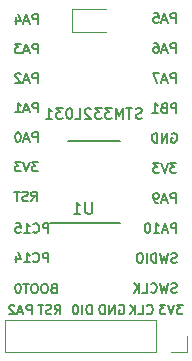
<source format=gbo>
G04 #@! TF.GenerationSoftware,KiCad,Pcbnew,5.0.2-bee76a0~70~ubuntu16.04.1*
G04 #@! TF.CreationDate,2019-03-12T22:28:51+00:00*
G04 #@! TF.ProjectId,project,70726f6a-6563-4742-9e6b-696361645f70,rev?*
G04 #@! TF.SameCoordinates,Original*
G04 #@! TF.FileFunction,Legend,Bot*
G04 #@! TF.FilePolarity,Positive*
%FSLAX46Y46*%
G04 Gerber Fmt 4.6, Leading zero omitted, Abs format (unit mm)*
G04 Created by KiCad (PCBNEW 5.0.2-bee76a0~70~ubuntu16.04.1) date Tue 12 Mar 2019 22:28:51 GMT*
%MOMM*%
%LPD*%
G01*
G04 APERTURE LIST*
%ADD10C,0.150000*%
%ADD11C,0.120000*%
G04 APERTURE END LIST*
D10*
X160950000Y-98864285D02*
X160821428Y-98907142D01*
X160607142Y-98907142D01*
X160521428Y-98864285D01*
X160478571Y-98821428D01*
X160435714Y-98735714D01*
X160435714Y-98650000D01*
X160478571Y-98564285D01*
X160521428Y-98521428D01*
X160607142Y-98478571D01*
X160778571Y-98435714D01*
X160864285Y-98392857D01*
X160907142Y-98350000D01*
X160950000Y-98264285D01*
X160950000Y-98178571D01*
X160907142Y-98092857D01*
X160864285Y-98050000D01*
X160778571Y-98007142D01*
X160564285Y-98007142D01*
X160435714Y-98050000D01*
X160178571Y-98007142D02*
X159664285Y-98007142D01*
X159921428Y-98907142D02*
X159921428Y-98007142D01*
X159364285Y-98907142D02*
X159364285Y-98007142D01*
X159064285Y-98650000D01*
X158764285Y-98007142D01*
X158764285Y-98907142D01*
X158421428Y-98007142D02*
X157864285Y-98007142D01*
X158164285Y-98350000D01*
X158035714Y-98350000D01*
X157950000Y-98392857D01*
X157907142Y-98435714D01*
X157864285Y-98521428D01*
X157864285Y-98735714D01*
X157907142Y-98821428D01*
X157950000Y-98864285D01*
X158035714Y-98907142D01*
X158292857Y-98907142D01*
X158378571Y-98864285D01*
X158421428Y-98821428D01*
X157564285Y-98007142D02*
X157007142Y-98007142D01*
X157307142Y-98350000D01*
X157178571Y-98350000D01*
X157092857Y-98392857D01*
X157050000Y-98435714D01*
X157007142Y-98521428D01*
X157007142Y-98735714D01*
X157050000Y-98821428D01*
X157092857Y-98864285D01*
X157178571Y-98907142D01*
X157435714Y-98907142D01*
X157521428Y-98864285D01*
X157564285Y-98821428D01*
X156664285Y-98092857D02*
X156621428Y-98050000D01*
X156535714Y-98007142D01*
X156321428Y-98007142D01*
X156235714Y-98050000D01*
X156192857Y-98092857D01*
X156150000Y-98178571D01*
X156150000Y-98264285D01*
X156192857Y-98392857D01*
X156707142Y-98907142D01*
X156150000Y-98907142D01*
X155335714Y-98907142D02*
X155764285Y-98907142D01*
X155764285Y-98007142D01*
X154864285Y-98007142D02*
X154778571Y-98007142D01*
X154692857Y-98050000D01*
X154650000Y-98092857D01*
X154607142Y-98178571D01*
X154564285Y-98350000D01*
X154564285Y-98564285D01*
X154607142Y-98735714D01*
X154650000Y-98821428D01*
X154692857Y-98864285D01*
X154778571Y-98907142D01*
X154864285Y-98907142D01*
X154950000Y-98864285D01*
X154992857Y-98821428D01*
X155035714Y-98735714D01*
X155078571Y-98564285D01*
X155078571Y-98350000D01*
X155035714Y-98178571D01*
X154992857Y-98092857D01*
X154950000Y-98050000D01*
X154864285Y-98007142D01*
X154264285Y-98007142D02*
X153707142Y-98007142D01*
X154007142Y-98350000D01*
X153878571Y-98350000D01*
X153792857Y-98392857D01*
X153750000Y-98435714D01*
X153707142Y-98521428D01*
X153707142Y-98735714D01*
X153750000Y-98821428D01*
X153792857Y-98864285D01*
X153878571Y-98907142D01*
X154135714Y-98907142D01*
X154221428Y-98864285D01*
X154264285Y-98821428D01*
X152850000Y-98907142D02*
X153364285Y-98907142D01*
X153107142Y-98907142D02*
X153107142Y-98007142D01*
X153192857Y-98135714D01*
X153278571Y-98221428D01*
X153364285Y-98264285D01*
X153487976Y-113242857D02*
X153373690Y-113280952D01*
X153335595Y-113319047D01*
X153297500Y-113395238D01*
X153297500Y-113509523D01*
X153335595Y-113585714D01*
X153373690Y-113623809D01*
X153449880Y-113661904D01*
X153754642Y-113661904D01*
X153754642Y-112861904D01*
X153487976Y-112861904D01*
X153411785Y-112900000D01*
X153373690Y-112938095D01*
X153335595Y-113014285D01*
X153335595Y-113090476D01*
X153373690Y-113166666D01*
X153411785Y-113204761D01*
X153487976Y-113242857D01*
X153754642Y-113242857D01*
X152802261Y-112861904D02*
X152649880Y-112861904D01*
X152573690Y-112900000D01*
X152497500Y-112976190D01*
X152459404Y-113128571D01*
X152459404Y-113395238D01*
X152497500Y-113547619D01*
X152573690Y-113623809D01*
X152649880Y-113661904D01*
X152802261Y-113661904D01*
X152878452Y-113623809D01*
X152954642Y-113547619D01*
X152992738Y-113395238D01*
X152992738Y-113128571D01*
X152954642Y-112976190D01*
X152878452Y-112900000D01*
X152802261Y-112861904D01*
X151964166Y-112861904D02*
X151811785Y-112861904D01*
X151735595Y-112900000D01*
X151659404Y-112976190D01*
X151621309Y-113128571D01*
X151621309Y-113395238D01*
X151659404Y-113547619D01*
X151735595Y-113623809D01*
X151811785Y-113661904D01*
X151964166Y-113661904D01*
X152040357Y-113623809D01*
X152116547Y-113547619D01*
X152154642Y-113395238D01*
X152154642Y-113128571D01*
X152116547Y-112976190D01*
X152040357Y-112900000D01*
X151964166Y-112861904D01*
X151392738Y-112861904D02*
X150935595Y-112861904D01*
X151164166Y-113661904D02*
X151164166Y-112861904D01*
X150516547Y-112861904D02*
X150440357Y-112861904D01*
X150364166Y-112900000D01*
X150326071Y-112938095D01*
X150287976Y-113014285D01*
X150249880Y-113166666D01*
X150249880Y-113357142D01*
X150287976Y-113509523D01*
X150326071Y-113585714D01*
X150364166Y-113623809D01*
X150440357Y-113661904D01*
X150516547Y-113661904D01*
X150592738Y-113623809D01*
X150630833Y-113585714D01*
X150668928Y-113509523D01*
X150707023Y-113357142D01*
X150707023Y-113166666D01*
X150668928Y-113014285D01*
X150630833Y-112938095D01*
X150592738Y-112900000D01*
X150516547Y-112861904D01*
X153030833Y-111061904D02*
X153030833Y-110261904D01*
X152726071Y-110261904D01*
X152649880Y-110300000D01*
X152611785Y-110338095D01*
X152573690Y-110414285D01*
X152573690Y-110528571D01*
X152611785Y-110604761D01*
X152649880Y-110642857D01*
X152726071Y-110680952D01*
X153030833Y-110680952D01*
X151773690Y-110985714D02*
X151811785Y-111023809D01*
X151926071Y-111061904D01*
X152002261Y-111061904D01*
X152116547Y-111023809D01*
X152192738Y-110947619D01*
X152230833Y-110871428D01*
X152268928Y-110719047D01*
X152268928Y-110604761D01*
X152230833Y-110452380D01*
X152192738Y-110376190D01*
X152116547Y-110300000D01*
X152002261Y-110261904D01*
X151926071Y-110261904D01*
X151811785Y-110300000D01*
X151773690Y-110338095D01*
X151011785Y-111061904D02*
X151468928Y-111061904D01*
X151240357Y-111061904D02*
X151240357Y-110261904D01*
X151316547Y-110376190D01*
X151392738Y-110452380D01*
X151468928Y-110490476D01*
X150326071Y-110528571D02*
X150326071Y-111061904D01*
X150516547Y-110223809D02*
X150707023Y-110795238D01*
X150211785Y-110795238D01*
X153030833Y-108561904D02*
X153030833Y-107761904D01*
X152726071Y-107761904D01*
X152649880Y-107800000D01*
X152611785Y-107838095D01*
X152573690Y-107914285D01*
X152573690Y-108028571D01*
X152611785Y-108104761D01*
X152649880Y-108142857D01*
X152726071Y-108180952D01*
X153030833Y-108180952D01*
X151773690Y-108485714D02*
X151811785Y-108523809D01*
X151926071Y-108561904D01*
X152002261Y-108561904D01*
X152116547Y-108523809D01*
X152192738Y-108447619D01*
X152230833Y-108371428D01*
X152268928Y-108219047D01*
X152268928Y-108104761D01*
X152230833Y-107952380D01*
X152192738Y-107876190D01*
X152116547Y-107800000D01*
X152002261Y-107761904D01*
X151926071Y-107761904D01*
X151811785Y-107800000D01*
X151773690Y-107838095D01*
X151011785Y-108561904D02*
X151468928Y-108561904D01*
X151240357Y-108561904D02*
X151240357Y-107761904D01*
X151316547Y-107876190D01*
X151392738Y-107952380D01*
X151468928Y-107990476D01*
X150287976Y-107761904D02*
X150668928Y-107761904D01*
X150707023Y-108142857D01*
X150668928Y-108104761D01*
X150592738Y-108066666D01*
X150402261Y-108066666D01*
X150326071Y-108104761D01*
X150287976Y-108142857D01*
X150249880Y-108219047D01*
X150249880Y-108409523D01*
X150287976Y-108485714D01*
X150326071Y-108523809D01*
X150402261Y-108561904D01*
X150592738Y-108561904D01*
X150668928Y-108523809D01*
X150707023Y-108485714D01*
X151621309Y-105861904D02*
X151887976Y-105480952D01*
X152078452Y-105861904D02*
X152078452Y-105061904D01*
X151773690Y-105061904D01*
X151697500Y-105100000D01*
X151659404Y-105138095D01*
X151621309Y-105214285D01*
X151621309Y-105328571D01*
X151659404Y-105404761D01*
X151697500Y-105442857D01*
X151773690Y-105480952D01*
X152078452Y-105480952D01*
X151316547Y-105823809D02*
X151202261Y-105861904D01*
X151011785Y-105861904D01*
X150935595Y-105823809D01*
X150897500Y-105785714D01*
X150859404Y-105709523D01*
X150859404Y-105633333D01*
X150897500Y-105557142D01*
X150935595Y-105519047D01*
X151011785Y-105480952D01*
X151164166Y-105442857D01*
X151240357Y-105404761D01*
X151278452Y-105366666D01*
X151316547Y-105290476D01*
X151316547Y-105214285D01*
X151278452Y-105138095D01*
X151240357Y-105100000D01*
X151164166Y-105061904D01*
X150973690Y-105061904D01*
X150859404Y-105100000D01*
X150630833Y-105061904D02*
X150173690Y-105061904D01*
X150402261Y-105861904D02*
X150402261Y-105061904D01*
X152192738Y-102561904D02*
X151697500Y-102561904D01*
X151964166Y-102866666D01*
X151849880Y-102866666D01*
X151773690Y-102904761D01*
X151735595Y-102942857D01*
X151697500Y-103019047D01*
X151697500Y-103209523D01*
X151735595Y-103285714D01*
X151773690Y-103323809D01*
X151849880Y-103361904D01*
X152078452Y-103361904D01*
X152154642Y-103323809D01*
X152192738Y-103285714D01*
X151468928Y-102561904D02*
X151202261Y-103361904D01*
X150935595Y-102561904D01*
X150745119Y-102561904D02*
X150249880Y-102561904D01*
X150516547Y-102866666D01*
X150402261Y-102866666D01*
X150326071Y-102904761D01*
X150287976Y-102942857D01*
X150249880Y-103019047D01*
X150249880Y-103209523D01*
X150287976Y-103285714D01*
X150326071Y-103323809D01*
X150402261Y-103361904D01*
X150630833Y-103361904D01*
X150707023Y-103323809D01*
X150745119Y-103285714D01*
X152154642Y-100861904D02*
X152154642Y-100061904D01*
X151849880Y-100061904D01*
X151773690Y-100100000D01*
X151735595Y-100138095D01*
X151697500Y-100214285D01*
X151697500Y-100328571D01*
X151735595Y-100404761D01*
X151773690Y-100442857D01*
X151849880Y-100480952D01*
X152154642Y-100480952D01*
X151392738Y-100633333D02*
X151011785Y-100633333D01*
X151468928Y-100861904D02*
X151202261Y-100061904D01*
X150935595Y-100861904D01*
X150516547Y-100061904D02*
X150440357Y-100061904D01*
X150364166Y-100100000D01*
X150326071Y-100138095D01*
X150287976Y-100214285D01*
X150249880Y-100366666D01*
X150249880Y-100557142D01*
X150287976Y-100709523D01*
X150326071Y-100785714D01*
X150364166Y-100823809D01*
X150440357Y-100861904D01*
X150516547Y-100861904D01*
X150592738Y-100823809D01*
X150630833Y-100785714D01*
X150668928Y-100709523D01*
X150707023Y-100557142D01*
X150707023Y-100366666D01*
X150668928Y-100214285D01*
X150630833Y-100138095D01*
X150592738Y-100100000D01*
X150516547Y-100061904D01*
X152154642Y-98361904D02*
X152154642Y-97561904D01*
X151849880Y-97561904D01*
X151773690Y-97600000D01*
X151735595Y-97638095D01*
X151697500Y-97714285D01*
X151697500Y-97828571D01*
X151735595Y-97904761D01*
X151773690Y-97942857D01*
X151849880Y-97980952D01*
X152154642Y-97980952D01*
X151392738Y-98133333D02*
X151011785Y-98133333D01*
X151468928Y-98361904D02*
X151202261Y-97561904D01*
X150935595Y-98361904D01*
X150249880Y-98361904D02*
X150707023Y-98361904D01*
X150478452Y-98361904D02*
X150478452Y-97561904D01*
X150554642Y-97676190D01*
X150630833Y-97752380D01*
X150707023Y-97790476D01*
X152154642Y-95861904D02*
X152154642Y-95061904D01*
X151849880Y-95061904D01*
X151773690Y-95100000D01*
X151735595Y-95138095D01*
X151697500Y-95214285D01*
X151697500Y-95328571D01*
X151735595Y-95404761D01*
X151773690Y-95442857D01*
X151849880Y-95480952D01*
X152154642Y-95480952D01*
X151392738Y-95633333D02*
X151011785Y-95633333D01*
X151468928Y-95861904D02*
X151202261Y-95061904D01*
X150935595Y-95861904D01*
X150707023Y-95138095D02*
X150668928Y-95100000D01*
X150592738Y-95061904D01*
X150402261Y-95061904D01*
X150326071Y-95100000D01*
X150287976Y-95138095D01*
X150249880Y-95214285D01*
X150249880Y-95290476D01*
X150287976Y-95404761D01*
X150745119Y-95861904D01*
X150249880Y-95861904D01*
X152154642Y-93361904D02*
X152154642Y-92561904D01*
X151849880Y-92561904D01*
X151773690Y-92600000D01*
X151735595Y-92638095D01*
X151697500Y-92714285D01*
X151697500Y-92828571D01*
X151735595Y-92904761D01*
X151773690Y-92942857D01*
X151849880Y-92980952D01*
X152154642Y-92980952D01*
X151392738Y-93133333D02*
X151011785Y-93133333D01*
X151468928Y-93361904D02*
X151202261Y-92561904D01*
X150935595Y-93361904D01*
X150745119Y-92561904D02*
X150249880Y-92561904D01*
X150516547Y-92866666D01*
X150402261Y-92866666D01*
X150326071Y-92904761D01*
X150287976Y-92942857D01*
X150249880Y-93019047D01*
X150249880Y-93209523D01*
X150287976Y-93285714D01*
X150326071Y-93323809D01*
X150402261Y-93361904D01*
X150630833Y-93361904D01*
X150707023Y-93323809D01*
X150745119Y-93285714D01*
X152154642Y-90861904D02*
X152154642Y-90061904D01*
X151849880Y-90061904D01*
X151773690Y-90100000D01*
X151735595Y-90138095D01*
X151697500Y-90214285D01*
X151697500Y-90328571D01*
X151735595Y-90404761D01*
X151773690Y-90442857D01*
X151849880Y-90480952D01*
X152154642Y-90480952D01*
X151392738Y-90633333D02*
X151011785Y-90633333D01*
X151468928Y-90861904D02*
X151202261Y-90061904D01*
X150935595Y-90861904D01*
X150326071Y-90328571D02*
X150326071Y-90861904D01*
X150516547Y-90023809D02*
X150707023Y-90595238D01*
X150211785Y-90595238D01*
X163920119Y-113578809D02*
X163805833Y-113616904D01*
X163615357Y-113616904D01*
X163539166Y-113578809D01*
X163501071Y-113540714D01*
X163462976Y-113464523D01*
X163462976Y-113388333D01*
X163501071Y-113312142D01*
X163539166Y-113274047D01*
X163615357Y-113235952D01*
X163767738Y-113197857D01*
X163843928Y-113159761D01*
X163882023Y-113121666D01*
X163920119Y-113045476D01*
X163920119Y-112969285D01*
X163882023Y-112893095D01*
X163843928Y-112855000D01*
X163767738Y-112816904D01*
X163577261Y-112816904D01*
X163462976Y-112855000D01*
X163196309Y-112816904D02*
X163005833Y-113616904D01*
X162853452Y-113045476D01*
X162701071Y-113616904D01*
X162510595Y-112816904D01*
X161748690Y-113540714D02*
X161786785Y-113578809D01*
X161901071Y-113616904D01*
X161977261Y-113616904D01*
X162091547Y-113578809D01*
X162167738Y-113502619D01*
X162205833Y-113426428D01*
X162243928Y-113274047D01*
X162243928Y-113159761D01*
X162205833Y-113007380D01*
X162167738Y-112931190D01*
X162091547Y-112855000D01*
X161977261Y-112816904D01*
X161901071Y-112816904D01*
X161786785Y-112855000D01*
X161748690Y-112893095D01*
X161024880Y-113616904D02*
X161405833Y-113616904D01*
X161405833Y-112816904D01*
X160758214Y-113616904D02*
X160758214Y-112816904D01*
X160301071Y-113616904D02*
X160643928Y-113159761D01*
X160301071Y-112816904D02*
X160758214Y-113274047D01*
X163920119Y-111038809D02*
X163805833Y-111076904D01*
X163615357Y-111076904D01*
X163539166Y-111038809D01*
X163501071Y-111000714D01*
X163462976Y-110924523D01*
X163462976Y-110848333D01*
X163501071Y-110772142D01*
X163539166Y-110734047D01*
X163615357Y-110695952D01*
X163767738Y-110657857D01*
X163843928Y-110619761D01*
X163882023Y-110581666D01*
X163920119Y-110505476D01*
X163920119Y-110429285D01*
X163882023Y-110353095D01*
X163843928Y-110315000D01*
X163767738Y-110276904D01*
X163577261Y-110276904D01*
X163462976Y-110315000D01*
X163196309Y-110276904D02*
X163005833Y-111076904D01*
X162853452Y-110505476D01*
X162701071Y-111076904D01*
X162510595Y-110276904D01*
X162205833Y-111076904D02*
X162205833Y-110276904D01*
X162015357Y-110276904D01*
X161901071Y-110315000D01*
X161824880Y-110391190D01*
X161786785Y-110467380D01*
X161748690Y-110619761D01*
X161748690Y-110734047D01*
X161786785Y-110886428D01*
X161824880Y-110962619D01*
X161901071Y-111038809D01*
X162015357Y-111076904D01*
X162205833Y-111076904D01*
X161405833Y-111076904D02*
X161405833Y-110276904D01*
X160872500Y-110276904D02*
X160720119Y-110276904D01*
X160643928Y-110315000D01*
X160567738Y-110391190D01*
X160529642Y-110543571D01*
X160529642Y-110810238D01*
X160567738Y-110962619D01*
X160643928Y-111038809D01*
X160720119Y-111076904D01*
X160872500Y-111076904D01*
X160948690Y-111038809D01*
X161024880Y-110962619D01*
X161062976Y-110810238D01*
X161062976Y-110543571D01*
X161024880Y-110391190D01*
X160948690Y-110315000D01*
X160872500Y-110276904D01*
X163882023Y-108536904D02*
X163882023Y-107736904D01*
X163577261Y-107736904D01*
X163501071Y-107775000D01*
X163462976Y-107813095D01*
X163424880Y-107889285D01*
X163424880Y-108003571D01*
X163462976Y-108079761D01*
X163501071Y-108117857D01*
X163577261Y-108155952D01*
X163882023Y-108155952D01*
X163120119Y-108308333D02*
X162739166Y-108308333D01*
X163196309Y-108536904D02*
X162929642Y-107736904D01*
X162662976Y-108536904D01*
X161977261Y-108536904D02*
X162434404Y-108536904D01*
X162205833Y-108536904D02*
X162205833Y-107736904D01*
X162282023Y-107851190D01*
X162358214Y-107927380D01*
X162434404Y-107965476D01*
X161482023Y-107736904D02*
X161405833Y-107736904D01*
X161329642Y-107775000D01*
X161291547Y-107813095D01*
X161253452Y-107889285D01*
X161215357Y-108041666D01*
X161215357Y-108232142D01*
X161253452Y-108384523D01*
X161291547Y-108460714D01*
X161329642Y-108498809D01*
X161405833Y-108536904D01*
X161482023Y-108536904D01*
X161558214Y-108498809D01*
X161596309Y-108460714D01*
X161634404Y-108384523D01*
X161672500Y-108232142D01*
X161672500Y-108041666D01*
X161634404Y-107889285D01*
X161596309Y-107813095D01*
X161558214Y-107775000D01*
X161482023Y-107736904D01*
X163833333Y-105996904D02*
X163833333Y-105196904D01*
X163528571Y-105196904D01*
X163452380Y-105235000D01*
X163414285Y-105273095D01*
X163376190Y-105349285D01*
X163376190Y-105463571D01*
X163414285Y-105539761D01*
X163452380Y-105577857D01*
X163528571Y-105615952D01*
X163833333Y-105615952D01*
X163071428Y-105768333D02*
X162690476Y-105768333D01*
X163147619Y-105996904D02*
X162880952Y-105196904D01*
X162614285Y-105996904D01*
X162309523Y-105996904D02*
X162157142Y-105996904D01*
X162080952Y-105958809D01*
X162042857Y-105920714D01*
X161966666Y-105806428D01*
X161928571Y-105654047D01*
X161928571Y-105349285D01*
X161966666Y-105273095D01*
X162004761Y-105235000D01*
X162080952Y-105196904D01*
X162233333Y-105196904D01*
X162309523Y-105235000D01*
X162347619Y-105273095D01*
X162385714Y-105349285D01*
X162385714Y-105539761D01*
X162347619Y-105615952D01*
X162309523Y-105654047D01*
X162233333Y-105692142D01*
X162080952Y-105692142D01*
X162004761Y-105654047D01*
X161966666Y-105615952D01*
X161928571Y-105539761D01*
X163890476Y-102656904D02*
X163395238Y-102656904D01*
X163661904Y-102961666D01*
X163547619Y-102961666D01*
X163471428Y-102999761D01*
X163433333Y-103037857D01*
X163395238Y-103114047D01*
X163395238Y-103304523D01*
X163433333Y-103380714D01*
X163471428Y-103418809D01*
X163547619Y-103456904D01*
X163776190Y-103456904D01*
X163852380Y-103418809D01*
X163890476Y-103380714D01*
X163166666Y-102656904D02*
X162900000Y-103456904D01*
X162633333Y-102656904D01*
X162442857Y-102656904D02*
X161947619Y-102656904D01*
X162214285Y-102961666D01*
X162100000Y-102961666D01*
X162023809Y-102999761D01*
X161985714Y-103037857D01*
X161947619Y-103114047D01*
X161947619Y-103304523D01*
X161985714Y-103380714D01*
X162023809Y-103418809D01*
X162100000Y-103456904D01*
X162328571Y-103456904D01*
X162404761Y-103418809D01*
X162442857Y-103380714D01*
X163509523Y-100155000D02*
X163585714Y-100116904D01*
X163700000Y-100116904D01*
X163814285Y-100155000D01*
X163890476Y-100231190D01*
X163928571Y-100307380D01*
X163966666Y-100459761D01*
X163966666Y-100574047D01*
X163928571Y-100726428D01*
X163890476Y-100802619D01*
X163814285Y-100878809D01*
X163700000Y-100916904D01*
X163623809Y-100916904D01*
X163509523Y-100878809D01*
X163471428Y-100840714D01*
X163471428Y-100574047D01*
X163623809Y-100574047D01*
X163128571Y-100916904D02*
X163128571Y-100116904D01*
X162671428Y-100916904D01*
X162671428Y-100116904D01*
X162290476Y-100916904D02*
X162290476Y-100116904D01*
X162100000Y-100116904D01*
X161985714Y-100155000D01*
X161909523Y-100231190D01*
X161871428Y-100307380D01*
X161833333Y-100459761D01*
X161833333Y-100574047D01*
X161871428Y-100726428D01*
X161909523Y-100802619D01*
X161985714Y-100878809D01*
X162100000Y-100916904D01*
X162290476Y-100916904D01*
X163890476Y-98376904D02*
X163890476Y-97576904D01*
X163585714Y-97576904D01*
X163509523Y-97615000D01*
X163471428Y-97653095D01*
X163433333Y-97729285D01*
X163433333Y-97843571D01*
X163471428Y-97919761D01*
X163509523Y-97957857D01*
X163585714Y-97995952D01*
X163890476Y-97995952D01*
X162823809Y-97957857D02*
X162709523Y-97995952D01*
X162671428Y-98034047D01*
X162633333Y-98110238D01*
X162633333Y-98224523D01*
X162671428Y-98300714D01*
X162709523Y-98338809D01*
X162785714Y-98376904D01*
X163090476Y-98376904D01*
X163090476Y-97576904D01*
X162823809Y-97576904D01*
X162747619Y-97615000D01*
X162709523Y-97653095D01*
X162671428Y-97729285D01*
X162671428Y-97805476D01*
X162709523Y-97881666D01*
X162747619Y-97919761D01*
X162823809Y-97957857D01*
X163090476Y-97957857D01*
X161871428Y-98376904D02*
X162328571Y-98376904D01*
X162100000Y-98376904D02*
X162100000Y-97576904D01*
X162176190Y-97691190D01*
X162252380Y-97767380D01*
X162328571Y-97805476D01*
X163833333Y-95836904D02*
X163833333Y-95036904D01*
X163528571Y-95036904D01*
X163452380Y-95075000D01*
X163414285Y-95113095D01*
X163376190Y-95189285D01*
X163376190Y-95303571D01*
X163414285Y-95379761D01*
X163452380Y-95417857D01*
X163528571Y-95455952D01*
X163833333Y-95455952D01*
X163071428Y-95608333D02*
X162690476Y-95608333D01*
X163147619Y-95836904D02*
X162880952Y-95036904D01*
X162614285Y-95836904D01*
X162423809Y-95036904D02*
X161890476Y-95036904D01*
X162233333Y-95836904D01*
X163833333Y-93296904D02*
X163833333Y-92496904D01*
X163528571Y-92496904D01*
X163452380Y-92535000D01*
X163414285Y-92573095D01*
X163376190Y-92649285D01*
X163376190Y-92763571D01*
X163414285Y-92839761D01*
X163452380Y-92877857D01*
X163528571Y-92915952D01*
X163833333Y-92915952D01*
X163071428Y-93068333D02*
X162690476Y-93068333D01*
X163147619Y-93296904D02*
X162880952Y-92496904D01*
X162614285Y-93296904D01*
X162004761Y-92496904D02*
X162157142Y-92496904D01*
X162233333Y-92535000D01*
X162271428Y-92573095D01*
X162347619Y-92687380D01*
X162385714Y-92839761D01*
X162385714Y-93144523D01*
X162347619Y-93220714D01*
X162309523Y-93258809D01*
X162233333Y-93296904D01*
X162080952Y-93296904D01*
X162004761Y-93258809D01*
X161966666Y-93220714D01*
X161928571Y-93144523D01*
X161928571Y-92954047D01*
X161966666Y-92877857D01*
X162004761Y-92839761D01*
X162080952Y-92801666D01*
X162233333Y-92801666D01*
X162309523Y-92839761D01*
X162347619Y-92877857D01*
X162385714Y-92954047D01*
X163833333Y-90756904D02*
X163833333Y-89956904D01*
X163528571Y-89956904D01*
X163452380Y-89995000D01*
X163414285Y-90033095D01*
X163376190Y-90109285D01*
X163376190Y-90223571D01*
X163414285Y-90299761D01*
X163452380Y-90337857D01*
X163528571Y-90375952D01*
X163833333Y-90375952D01*
X163071428Y-90528333D02*
X162690476Y-90528333D01*
X163147619Y-90756904D02*
X162880952Y-89956904D01*
X162614285Y-90756904D01*
X161966666Y-89956904D02*
X162347619Y-89956904D01*
X162385714Y-90337857D01*
X162347619Y-90299761D01*
X162271428Y-90261666D01*
X162080952Y-90261666D01*
X162004761Y-90299761D01*
X161966666Y-90337857D01*
X161928571Y-90414047D01*
X161928571Y-90604523D01*
X161966666Y-90680714D01*
X162004761Y-90718809D01*
X162080952Y-90756904D01*
X162271428Y-90756904D01*
X162347619Y-90718809D01*
X162385714Y-90680714D01*
X151633333Y-115461904D02*
X151633333Y-114661904D01*
X151328571Y-114661904D01*
X151252380Y-114700000D01*
X151214285Y-114738095D01*
X151176190Y-114814285D01*
X151176190Y-114928571D01*
X151214285Y-115004761D01*
X151252380Y-115042857D01*
X151328571Y-115080952D01*
X151633333Y-115080952D01*
X150871428Y-115233333D02*
X150490476Y-115233333D01*
X150947619Y-115461904D02*
X150680952Y-114661904D01*
X150414285Y-115461904D01*
X150185714Y-114738095D02*
X150147619Y-114700000D01*
X150071428Y-114661904D01*
X149880952Y-114661904D01*
X149804761Y-114700000D01*
X149766666Y-114738095D01*
X149728571Y-114814285D01*
X149728571Y-114890476D01*
X149766666Y-115004761D01*
X150223809Y-115461904D01*
X149728571Y-115461904D01*
X153616499Y-115456143D02*
X153883165Y-115075191D01*
X154073642Y-115456143D02*
X154073642Y-114656143D01*
X153768880Y-114656143D01*
X153692689Y-114694239D01*
X153654594Y-114732334D01*
X153616499Y-114808524D01*
X153616499Y-114922810D01*
X153654594Y-114999000D01*
X153692689Y-115037096D01*
X153768880Y-115075191D01*
X154073642Y-115075191D01*
X153311737Y-115418048D02*
X153197451Y-115456143D01*
X153006975Y-115456143D01*
X152930784Y-115418048D01*
X152892689Y-115379953D01*
X152854594Y-115303762D01*
X152854594Y-115227572D01*
X152892689Y-115151381D01*
X152930784Y-115113286D01*
X153006975Y-115075191D01*
X153159356Y-115037096D01*
X153235546Y-114999000D01*
X153273642Y-114960905D01*
X153311737Y-114884715D01*
X153311737Y-114808524D01*
X153273642Y-114732334D01*
X153235546Y-114694239D01*
X153159356Y-114656143D01*
X152968880Y-114656143D01*
X152854594Y-114694239D01*
X152626023Y-114656143D02*
X152168880Y-114656143D01*
X152397451Y-115456143D02*
X152397451Y-114656143D01*
X156709356Y-115456143D02*
X156709356Y-114656143D01*
X156518880Y-114656143D01*
X156404594Y-114694239D01*
X156328404Y-114770429D01*
X156290308Y-114846619D01*
X156252213Y-114999000D01*
X156252213Y-115113286D01*
X156290308Y-115265667D01*
X156328404Y-115341858D01*
X156404594Y-115418048D01*
X156518880Y-115456143D01*
X156709356Y-115456143D01*
X155909356Y-115456143D02*
X155909356Y-114656143D01*
X155376023Y-114656143D02*
X155299832Y-114656143D01*
X155223642Y-114694239D01*
X155185546Y-114732334D01*
X155147451Y-114808524D01*
X155109356Y-114960905D01*
X155109356Y-115151381D01*
X155147451Y-115303762D01*
X155185546Y-115379953D01*
X155223642Y-115418048D01*
X155299832Y-115456143D01*
X155376023Y-115456143D01*
X155452213Y-115418048D01*
X155490308Y-115379953D01*
X155528404Y-115303762D01*
X155566499Y-115151381D01*
X155566499Y-114960905D01*
X155528404Y-114808524D01*
X155490308Y-114732334D01*
X155452213Y-114694239D01*
X155376023Y-114656143D01*
X159037927Y-114694239D02*
X159114118Y-114656143D01*
X159228404Y-114656143D01*
X159342689Y-114694239D01*
X159418880Y-114770429D01*
X159456975Y-114846619D01*
X159495070Y-114999000D01*
X159495070Y-115113286D01*
X159456975Y-115265667D01*
X159418880Y-115341858D01*
X159342689Y-115418048D01*
X159228404Y-115456143D01*
X159152213Y-115456143D01*
X159037927Y-115418048D01*
X158999832Y-115379953D01*
X158999832Y-115113286D01*
X159152213Y-115113286D01*
X158656975Y-115456143D02*
X158656975Y-114656143D01*
X158199832Y-115456143D01*
X158199832Y-114656143D01*
X157818880Y-115456143D02*
X157818880Y-114656143D01*
X157628404Y-114656143D01*
X157514118Y-114694239D01*
X157437927Y-114770429D01*
X157399832Y-114846619D01*
X157361737Y-114999000D01*
X157361737Y-115113286D01*
X157399832Y-115265667D01*
X157437927Y-115341858D01*
X157514118Y-115418048D01*
X157628404Y-115456143D01*
X157818880Y-115456143D01*
X161404594Y-115379953D02*
X161442689Y-115418048D01*
X161556975Y-115456143D01*
X161633165Y-115456143D01*
X161747451Y-115418048D01*
X161823642Y-115341858D01*
X161861737Y-115265667D01*
X161899832Y-115113286D01*
X161899832Y-114999000D01*
X161861737Y-114846619D01*
X161823642Y-114770429D01*
X161747451Y-114694239D01*
X161633165Y-114656143D01*
X161556975Y-114656143D01*
X161442689Y-114694239D01*
X161404594Y-114732334D01*
X160680784Y-115456143D02*
X161061737Y-115456143D01*
X161061737Y-114656143D01*
X160414118Y-115456143D02*
X160414118Y-114656143D01*
X159956975Y-115456143D02*
X160299832Y-114999000D01*
X159956975Y-114656143D02*
X160414118Y-115113286D01*
X164418880Y-114656143D02*
X163923642Y-114656143D01*
X164190308Y-114960905D01*
X164076023Y-114960905D01*
X163999832Y-114999000D01*
X163961737Y-115037096D01*
X163923642Y-115113286D01*
X163923642Y-115303762D01*
X163961737Y-115379953D01*
X163999832Y-115418048D01*
X164076023Y-115456143D01*
X164304594Y-115456143D01*
X164380784Y-115418048D01*
X164418880Y-115379953D01*
X163695070Y-114656143D02*
X163428404Y-115456143D01*
X163161737Y-114656143D01*
X162971261Y-114656143D02*
X162476023Y-114656143D01*
X162742689Y-114960905D01*
X162628404Y-114960905D01*
X162552213Y-114999000D01*
X162514118Y-115037096D01*
X162476023Y-115113286D01*
X162476023Y-115303762D01*
X162514118Y-115379953D01*
X162552213Y-115418048D01*
X162628404Y-115456143D01*
X162856975Y-115456143D01*
X162933165Y-115418048D01*
X162971261Y-115379953D01*
D11*
G04 #@! TO.C,J1*
X149408404Y-118624239D02*
X149408404Y-115964239D01*
X162168404Y-118624239D02*
X149408404Y-118624239D01*
X162168404Y-115964239D02*
X149408404Y-115964239D01*
X162168404Y-118624239D02*
X162168404Y-115964239D01*
X163438404Y-118624239D02*
X164768404Y-118624239D01*
X164768404Y-118624239D02*
X164768404Y-117294239D01*
D10*
G04 #@! TO.C,U1*
X154703404Y-100824239D02*
X159153404Y-100824239D01*
X153178404Y-107724239D02*
X159153404Y-107724239D01*
D11*
G04 #@! TO.C,D1*
X157928404Y-91554239D02*
X155068404Y-91554239D01*
X155068404Y-91554239D02*
X155068404Y-89634239D01*
X155068404Y-89634239D02*
X157928404Y-89634239D01*
G04 #@! TO.C,U1*
D10*
X156761904Y-105952380D02*
X156761904Y-106761904D01*
X156714285Y-106857142D01*
X156666666Y-106904761D01*
X156571428Y-106952380D01*
X156380952Y-106952380D01*
X156285714Y-106904761D01*
X156238095Y-106857142D01*
X156190476Y-106761904D01*
X156190476Y-105952380D01*
X155190476Y-106952380D02*
X155761904Y-106952380D01*
X155476190Y-106952380D02*
X155476190Y-105952380D01*
X155571428Y-106095238D01*
X155666666Y-106190476D01*
X155761904Y-106238095D01*
G04 #@! TD*
M02*

</source>
